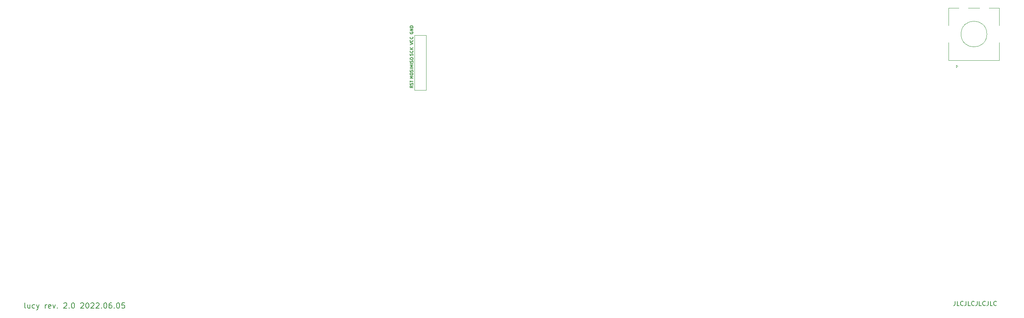
<source format=gto>
G04 #@! TF.GenerationSoftware,KiCad,Pcbnew,(6.0.5-0)*
G04 #@! TF.CreationDate,2022-06-05T11:18:53-05:00*
G04 #@! TF.ProjectId,pcb,7063622e-6b69-4636-9164-5f7063625858,rev?*
G04 #@! TF.SameCoordinates,Original*
G04 #@! TF.FileFunction,Legend,Top*
G04 #@! TF.FilePolarity,Positive*
%FSLAX46Y46*%
G04 Gerber Fmt 4.6, Leading zero omitted, Abs format (unit mm)*
G04 Created by KiCad (PCBNEW (6.0.5-0)) date 2022-06-05 11:18:53*
%MOMM*%
%LPD*%
G01*
G04 APERTURE LIST*
%ADD10C,0.150000*%
%ADD11C,0.200000*%
%ADD12C,0.120000*%
%ADD13C,0.650000*%
%ADD14O,1.300000X2.400000*%
%ADD15O,1.300000X1.900000*%
%ADD16C,0.800000*%
%ADD17C,1.750000*%
%ADD18C,3.000000*%
%ADD19C,3.987800*%
%ADD20R,2.000000X2.000000*%
%ADD21C,2.000000*%
%ADD22R,2.000000X3.200000*%
%ADD23C,3.800000*%
%ADD24C,1.701800*%
%ADD25C,2.540000*%
%ADD26O,1.700000X1.700000*%
%ADD27R,1.700000X1.700000*%
G04 APERTURE END LIST*
D10*
X315871177Y-115446330D02*
X315871177Y-116160616D01*
X315823558Y-116303473D01*
X315728320Y-116398711D01*
X315585463Y-116446330D01*
X315490225Y-116446330D01*
X316823558Y-116446330D02*
X316347367Y-116446330D01*
X316347367Y-115446330D01*
X317728320Y-116351092D02*
X317680701Y-116398711D01*
X317537844Y-116446330D01*
X317442605Y-116446330D01*
X317299748Y-116398711D01*
X317204510Y-116303473D01*
X317156891Y-116208235D01*
X317109272Y-116017759D01*
X317109272Y-115874902D01*
X317156891Y-115684426D01*
X317204510Y-115589188D01*
X317299748Y-115493950D01*
X317442605Y-115446330D01*
X317537844Y-115446330D01*
X317680701Y-115493950D01*
X317728320Y-115541569D01*
X318442605Y-115446330D02*
X318442605Y-116160616D01*
X318394986Y-116303473D01*
X318299748Y-116398711D01*
X318156891Y-116446330D01*
X318061653Y-116446330D01*
X319394986Y-116446330D02*
X318918796Y-116446330D01*
X318918796Y-115446330D01*
X320299748Y-116351092D02*
X320252129Y-116398711D01*
X320109272Y-116446330D01*
X320014034Y-116446330D01*
X319871177Y-116398711D01*
X319775939Y-116303473D01*
X319728320Y-116208235D01*
X319680701Y-116017759D01*
X319680701Y-115874902D01*
X319728320Y-115684426D01*
X319775939Y-115589188D01*
X319871177Y-115493950D01*
X320014034Y-115446330D01*
X320109272Y-115446330D01*
X320252129Y-115493950D01*
X320299748Y-115541569D01*
X321014034Y-115446330D02*
X321014034Y-116160616D01*
X320966415Y-116303473D01*
X320871177Y-116398711D01*
X320728320Y-116446330D01*
X320633082Y-116446330D01*
X321966415Y-116446330D02*
X321490225Y-116446330D01*
X321490225Y-115446330D01*
X322871177Y-116351092D02*
X322823558Y-116398711D01*
X322680701Y-116446330D01*
X322585463Y-116446330D01*
X322442605Y-116398711D01*
X322347367Y-116303473D01*
X322299748Y-116208235D01*
X322252129Y-116017759D01*
X322252129Y-115874902D01*
X322299748Y-115684426D01*
X322347367Y-115589188D01*
X322442605Y-115493950D01*
X322585463Y-115446330D01*
X322680701Y-115446330D01*
X322823558Y-115493950D01*
X322871177Y-115541569D01*
X323585463Y-115446330D02*
X323585463Y-116160616D01*
X323537844Y-116303473D01*
X323442605Y-116398711D01*
X323299748Y-116446330D01*
X323204510Y-116446330D01*
X324537844Y-116446330D02*
X324061653Y-116446330D01*
X324061653Y-115446330D01*
X325442605Y-116351092D02*
X325394986Y-116398711D01*
X325252129Y-116446330D01*
X325156891Y-116446330D01*
X325014034Y-116398711D01*
X324918796Y-116303473D01*
X324871177Y-116208235D01*
X324823558Y-116017759D01*
X324823558Y-115874902D01*
X324871177Y-115684426D01*
X324918796Y-115589188D01*
X325014034Y-115493950D01*
X325156891Y-115446330D01*
X325252129Y-115446330D01*
X325394986Y-115493950D01*
X325442605Y-115541569D01*
D11*
X99984070Y-117065476D02*
X99865022Y-117005952D01*
X99805499Y-116886904D01*
X99805499Y-115815476D01*
X100995975Y-116232142D02*
X100995975Y-117065476D01*
X100460260Y-116232142D02*
X100460260Y-116886904D01*
X100519784Y-117005952D01*
X100638832Y-117065476D01*
X100817403Y-117065476D01*
X100936451Y-117005952D01*
X100995975Y-116946428D01*
X102126927Y-117005952D02*
X102007880Y-117065476D01*
X101769784Y-117065476D01*
X101650737Y-117005952D01*
X101591213Y-116946428D01*
X101531689Y-116827380D01*
X101531689Y-116470238D01*
X101591213Y-116351190D01*
X101650737Y-116291666D01*
X101769784Y-116232142D01*
X102007880Y-116232142D01*
X102126927Y-116291666D01*
X102543594Y-116232142D02*
X102841213Y-117065476D01*
X103138832Y-116232142D02*
X102841213Y-117065476D01*
X102722165Y-117363095D01*
X102662641Y-117422619D01*
X102543594Y-117482142D01*
X104567403Y-117065476D02*
X104567403Y-116232142D01*
X104567403Y-116470238D02*
X104626927Y-116351190D01*
X104686451Y-116291666D01*
X104805499Y-116232142D01*
X104924546Y-116232142D01*
X105817403Y-117005952D02*
X105698356Y-117065476D01*
X105460260Y-117065476D01*
X105341213Y-117005952D01*
X105281689Y-116886904D01*
X105281689Y-116410714D01*
X105341213Y-116291666D01*
X105460260Y-116232142D01*
X105698356Y-116232142D01*
X105817403Y-116291666D01*
X105876927Y-116410714D01*
X105876927Y-116529761D01*
X105281689Y-116648809D01*
X106293594Y-116232142D02*
X106591213Y-117065476D01*
X106888832Y-116232142D01*
X107365022Y-116946428D02*
X107424546Y-117005952D01*
X107365022Y-117065476D01*
X107305499Y-117005952D01*
X107365022Y-116946428D01*
X107365022Y-117065476D01*
X108853118Y-115934523D02*
X108912641Y-115875000D01*
X109031689Y-115815476D01*
X109329308Y-115815476D01*
X109448356Y-115875000D01*
X109507880Y-115934523D01*
X109567403Y-116053571D01*
X109567403Y-116172619D01*
X109507880Y-116351190D01*
X108793594Y-117065476D01*
X109567403Y-117065476D01*
X110103118Y-116946428D02*
X110162641Y-117005952D01*
X110103118Y-117065476D01*
X110043594Y-117005952D01*
X110103118Y-116946428D01*
X110103118Y-117065476D01*
X110936451Y-115815476D02*
X111055499Y-115815476D01*
X111174546Y-115875000D01*
X111234070Y-115934523D01*
X111293594Y-116053571D01*
X111353118Y-116291666D01*
X111353118Y-116589285D01*
X111293594Y-116827380D01*
X111234070Y-116946428D01*
X111174546Y-117005952D01*
X111055499Y-117065476D01*
X110936451Y-117065476D01*
X110817403Y-117005952D01*
X110757880Y-116946428D01*
X110698356Y-116827380D01*
X110638832Y-116589285D01*
X110638832Y-116291666D01*
X110698356Y-116053571D01*
X110757880Y-115934523D01*
X110817403Y-115875000D01*
X110936451Y-115815476D01*
X112781689Y-115934523D02*
X112841213Y-115875000D01*
X112960260Y-115815476D01*
X113257880Y-115815476D01*
X113376927Y-115875000D01*
X113436451Y-115934523D01*
X113495975Y-116053571D01*
X113495975Y-116172619D01*
X113436451Y-116351190D01*
X112722165Y-117065476D01*
X113495975Y-117065476D01*
X114269784Y-115815476D02*
X114388832Y-115815476D01*
X114507880Y-115875000D01*
X114567403Y-115934523D01*
X114626927Y-116053571D01*
X114686451Y-116291666D01*
X114686451Y-116589285D01*
X114626927Y-116827380D01*
X114567403Y-116946428D01*
X114507880Y-117005952D01*
X114388832Y-117065476D01*
X114269784Y-117065476D01*
X114150737Y-117005952D01*
X114091213Y-116946428D01*
X114031689Y-116827380D01*
X113972165Y-116589285D01*
X113972165Y-116291666D01*
X114031689Y-116053571D01*
X114091213Y-115934523D01*
X114150737Y-115875000D01*
X114269784Y-115815476D01*
X115162641Y-115934523D02*
X115222165Y-115875000D01*
X115341213Y-115815476D01*
X115638832Y-115815476D01*
X115757880Y-115875000D01*
X115817403Y-115934523D01*
X115876927Y-116053571D01*
X115876927Y-116172619D01*
X115817403Y-116351190D01*
X115103118Y-117065476D01*
X115876927Y-117065476D01*
X116353118Y-115934523D02*
X116412641Y-115875000D01*
X116531689Y-115815476D01*
X116829308Y-115815476D01*
X116948356Y-115875000D01*
X117007880Y-115934523D01*
X117067403Y-116053571D01*
X117067403Y-116172619D01*
X117007880Y-116351190D01*
X116293594Y-117065476D01*
X117067403Y-117065476D01*
X117603118Y-116946428D02*
X117662641Y-117005952D01*
X117603118Y-117065476D01*
X117543594Y-117005952D01*
X117603118Y-116946428D01*
X117603118Y-117065476D01*
X118436451Y-115815476D02*
X118555499Y-115815476D01*
X118674546Y-115875000D01*
X118734070Y-115934523D01*
X118793594Y-116053571D01*
X118853118Y-116291666D01*
X118853118Y-116589285D01*
X118793594Y-116827380D01*
X118734070Y-116946428D01*
X118674546Y-117005952D01*
X118555499Y-117065476D01*
X118436451Y-117065476D01*
X118317403Y-117005952D01*
X118257880Y-116946428D01*
X118198356Y-116827380D01*
X118138832Y-116589285D01*
X118138832Y-116291666D01*
X118198356Y-116053571D01*
X118257880Y-115934523D01*
X118317403Y-115875000D01*
X118436451Y-115815476D01*
X119924546Y-115815476D02*
X119686451Y-115815476D01*
X119567403Y-115875000D01*
X119507880Y-115934523D01*
X119388832Y-116113095D01*
X119329308Y-116351190D01*
X119329308Y-116827380D01*
X119388832Y-116946428D01*
X119448356Y-117005952D01*
X119567403Y-117065476D01*
X119805499Y-117065476D01*
X119924546Y-117005952D01*
X119984070Y-116946428D01*
X120043594Y-116827380D01*
X120043594Y-116529761D01*
X119984070Y-116410714D01*
X119924546Y-116351190D01*
X119805499Y-116291666D01*
X119567403Y-116291666D01*
X119448356Y-116351190D01*
X119388832Y-116410714D01*
X119329308Y-116529761D01*
X120579308Y-116946428D02*
X120638832Y-117005952D01*
X120579308Y-117065476D01*
X120519784Y-117005952D01*
X120579308Y-116946428D01*
X120579308Y-117065476D01*
X121412641Y-115815476D02*
X121531689Y-115815476D01*
X121650737Y-115875000D01*
X121710260Y-115934523D01*
X121769784Y-116053571D01*
X121829308Y-116291666D01*
X121829308Y-116589285D01*
X121769784Y-116827380D01*
X121710260Y-116946428D01*
X121650737Y-117005952D01*
X121531689Y-117065476D01*
X121412641Y-117065476D01*
X121293594Y-117005952D01*
X121234070Y-116946428D01*
X121174546Y-116827380D01*
X121115022Y-116589285D01*
X121115022Y-116291666D01*
X121174546Y-116053571D01*
X121234070Y-115934523D01*
X121293594Y-115875000D01*
X121412641Y-115815476D01*
X122960260Y-115815476D02*
X122365022Y-115815476D01*
X122305499Y-116410714D01*
X122365022Y-116351190D01*
X122484070Y-116291666D01*
X122781689Y-116291666D01*
X122900737Y-116351190D01*
X122960260Y-116410714D01*
X123019784Y-116529761D01*
X123019784Y-116827380D01*
X122960260Y-116946428D01*
X122900737Y-117005952D01*
X122781689Y-117065476D01*
X122484070Y-117065476D01*
X122365022Y-117005952D01*
X122305499Y-116946428D01*
D10*
X189981979Y-60901767D02*
X189281979Y-60901767D01*
X189781979Y-60668433D01*
X189281979Y-60435100D01*
X189981979Y-60435100D01*
X189981979Y-60101767D02*
X189281979Y-60101767D01*
X189948646Y-59801767D02*
X189981979Y-59701767D01*
X189981979Y-59535100D01*
X189948646Y-59468433D01*
X189915313Y-59435100D01*
X189848646Y-59401767D01*
X189781979Y-59401767D01*
X189715313Y-59435100D01*
X189681979Y-59468433D01*
X189648646Y-59535100D01*
X189615313Y-59668433D01*
X189581979Y-59735100D01*
X189548646Y-59768433D01*
X189481979Y-59801767D01*
X189415313Y-59801767D01*
X189348646Y-59768433D01*
X189315313Y-59735100D01*
X189281979Y-59668433D01*
X189281979Y-59501767D01*
X189315313Y-59401767D01*
X189281979Y-58968433D02*
X189281979Y-58835100D01*
X189315313Y-58768433D01*
X189381979Y-58701767D01*
X189515313Y-58668433D01*
X189748646Y-58668433D01*
X189881979Y-58701767D01*
X189948646Y-58768433D01*
X189981979Y-58835100D01*
X189981979Y-58968433D01*
X189948646Y-59035100D01*
X189881979Y-59101767D01*
X189748646Y-59135100D01*
X189515313Y-59135100D01*
X189381979Y-59101767D01*
X189315313Y-59035100D01*
X189281979Y-58968433D01*
X189949979Y-63501767D02*
X189249979Y-63501767D01*
X189749979Y-63268433D01*
X189249979Y-63035100D01*
X189949979Y-63035100D01*
X189249979Y-62568433D02*
X189249979Y-62435100D01*
X189283313Y-62368433D01*
X189349979Y-62301767D01*
X189483313Y-62268433D01*
X189716646Y-62268433D01*
X189849979Y-62301767D01*
X189916646Y-62368433D01*
X189949979Y-62435100D01*
X189949979Y-62568433D01*
X189916646Y-62635100D01*
X189849979Y-62701767D01*
X189716646Y-62735100D01*
X189483313Y-62735100D01*
X189349979Y-62701767D01*
X189283313Y-62635100D01*
X189249979Y-62568433D01*
X189916646Y-62001767D02*
X189949979Y-61901767D01*
X189949979Y-61735100D01*
X189916646Y-61668433D01*
X189883313Y-61635100D01*
X189816646Y-61601767D01*
X189749979Y-61601767D01*
X189683313Y-61635100D01*
X189649979Y-61668433D01*
X189616646Y-61735100D01*
X189583313Y-61868433D01*
X189549979Y-61935100D01*
X189516646Y-61968433D01*
X189449979Y-62001767D01*
X189383313Y-62001767D01*
X189316646Y-61968433D01*
X189283313Y-61935100D01*
X189249979Y-61868433D01*
X189249979Y-61701767D01*
X189283313Y-61601767D01*
X189949979Y-61301767D02*
X189249979Y-61301767D01*
X189916646Y-58181767D02*
X189949979Y-58081767D01*
X189949979Y-57915100D01*
X189916646Y-57848433D01*
X189883313Y-57815100D01*
X189816646Y-57781767D01*
X189749979Y-57781767D01*
X189683313Y-57815100D01*
X189649979Y-57848433D01*
X189616646Y-57915100D01*
X189583313Y-58048433D01*
X189549979Y-58115100D01*
X189516646Y-58148433D01*
X189449979Y-58181767D01*
X189383313Y-58181767D01*
X189316646Y-58148433D01*
X189283313Y-58115100D01*
X189249979Y-58048433D01*
X189249979Y-57881767D01*
X189283313Y-57781767D01*
X189883313Y-57081767D02*
X189916646Y-57115100D01*
X189949979Y-57215100D01*
X189949979Y-57281767D01*
X189916646Y-57381767D01*
X189849979Y-57448433D01*
X189783313Y-57481767D01*
X189649979Y-57515100D01*
X189549979Y-57515100D01*
X189416646Y-57481767D01*
X189349979Y-57448433D01*
X189283313Y-57381767D01*
X189249979Y-57281767D01*
X189249979Y-57215100D01*
X189283313Y-57115100D01*
X189316646Y-57081767D01*
X189949979Y-56781767D02*
X189249979Y-56781767D01*
X189949979Y-56381767D02*
X189549979Y-56681767D01*
X189249979Y-56381767D02*
X189649979Y-56781767D01*
X189249979Y-55675100D02*
X189949979Y-55441767D01*
X189249979Y-55208433D01*
X189883313Y-54575100D02*
X189916646Y-54608433D01*
X189949979Y-54708433D01*
X189949979Y-54775100D01*
X189916646Y-54875100D01*
X189849979Y-54941767D01*
X189783313Y-54975100D01*
X189649979Y-55008433D01*
X189549979Y-55008433D01*
X189416646Y-54975100D01*
X189349979Y-54941767D01*
X189283313Y-54875100D01*
X189249979Y-54775100D01*
X189249979Y-54708433D01*
X189283313Y-54608433D01*
X189316646Y-54575100D01*
X189883313Y-53875100D02*
X189916646Y-53908433D01*
X189949979Y-54008433D01*
X189949979Y-54075100D01*
X189916646Y-54175100D01*
X189849979Y-54241767D01*
X189783313Y-54275100D01*
X189649979Y-54308433D01*
X189549979Y-54308433D01*
X189416646Y-54275100D01*
X189349979Y-54241767D01*
X189283313Y-54175100D01*
X189249979Y-54075100D01*
X189249979Y-54008433D01*
X189283313Y-53908433D01*
X189316646Y-53875100D01*
X189283313Y-52735100D02*
X189249979Y-52801767D01*
X189249979Y-52901767D01*
X189283313Y-53001767D01*
X189349979Y-53068433D01*
X189416646Y-53101767D01*
X189549979Y-53135100D01*
X189649979Y-53135100D01*
X189783313Y-53101767D01*
X189849979Y-53068433D01*
X189916646Y-53001767D01*
X189949979Y-52901767D01*
X189949979Y-52835100D01*
X189916646Y-52735100D01*
X189883313Y-52701767D01*
X189649979Y-52701767D01*
X189649979Y-52835100D01*
X189949979Y-52401767D02*
X189249979Y-52401767D01*
X189949979Y-52001767D01*
X189249979Y-52001767D01*
X189949979Y-51668433D02*
X189249979Y-51668433D01*
X189249979Y-51501767D01*
X189283313Y-51401767D01*
X189349979Y-51335100D01*
X189416646Y-51301767D01*
X189549979Y-51268433D01*
X189649979Y-51268433D01*
X189783313Y-51301767D01*
X189849979Y-51335100D01*
X189916646Y-51401767D01*
X189949979Y-51501767D01*
X189949979Y-51668433D01*
X189949979Y-65285100D02*
X189616646Y-65518433D01*
X189949979Y-65685100D02*
X189249979Y-65685100D01*
X189249979Y-65418433D01*
X189283313Y-65351767D01*
X189316646Y-65318433D01*
X189383313Y-65285100D01*
X189483313Y-65285100D01*
X189549979Y-65318433D01*
X189583313Y-65351767D01*
X189616646Y-65418433D01*
X189616646Y-65685100D01*
X189916646Y-65018433D02*
X189949979Y-64918433D01*
X189949979Y-64751767D01*
X189916646Y-64685100D01*
X189883313Y-64651767D01*
X189816646Y-64618433D01*
X189749979Y-64618433D01*
X189683313Y-64651767D01*
X189649979Y-64685100D01*
X189616646Y-64751767D01*
X189583313Y-64885100D01*
X189549979Y-64951767D01*
X189516646Y-64985100D01*
X189449979Y-65018433D01*
X189383313Y-65018433D01*
X189316646Y-64985100D01*
X189283313Y-64951767D01*
X189249979Y-64885100D01*
X189249979Y-64718433D01*
X189283313Y-64618433D01*
X189249979Y-64418433D02*
X189249979Y-64018433D01*
X189949979Y-64218433D02*
X189249979Y-64218433D01*
D12*
X314352725Y-55193950D02*
X314352725Y-59293950D01*
X316152725Y-60393950D02*
X316452725Y-60693950D01*
X318952725Y-47093950D02*
X321552725Y-47093950D01*
X316452725Y-60693950D02*
X316152725Y-60993950D01*
X326152725Y-55193950D02*
X326152725Y-59293950D01*
X326152725Y-47093950D02*
X326152725Y-51193950D01*
X314352725Y-47093950D02*
X316752725Y-47093950D01*
X323752725Y-47093950D02*
X326152725Y-47093950D01*
X314352725Y-51193950D02*
X314352725Y-47093950D01*
X314352725Y-59293950D02*
X326152725Y-59293950D01*
X316152725Y-60993950D02*
X316152725Y-60393950D01*
X323252725Y-53193950D02*
G75*
G03*
X323252725Y-53193950I-3000000J0D01*
G01*
X192995313Y-53471767D02*
X192995313Y-66231767D01*
X190335313Y-53471767D02*
X192995313Y-53471767D01*
X190335313Y-66231767D02*
X190335313Y-53471767D01*
X192995313Y-66231767D02*
X190335313Y-66231767D01*
%LPC*%
D13*
X93549825Y-42763877D03*
X99329825Y-42763877D03*
D14*
X92139825Y-43314877D03*
X100739825Y-43314877D03*
D15*
X100739825Y-39114877D03*
X92139825Y-39114877D03*
D16*
X305370104Y-49993950D03*
X305370104Y-56493950D03*
X305370104Y-51593950D03*
X305370104Y-54793950D03*
X305370104Y-53193950D03*
X305370104Y-72243966D03*
X305370104Y-70643966D03*
X305370104Y-75543966D03*
X305370104Y-73843966D03*
X305370104Y-69043966D03*
X305370104Y-92212730D03*
X305370104Y-87312730D03*
X305370104Y-90512730D03*
X305370104Y-88912730D03*
X305370104Y-85712730D03*
X305370104Y-108743998D03*
X305370104Y-113643998D03*
X305370104Y-110343998D03*
X305370104Y-107143998D03*
X305370104Y-111943998D03*
D17*
X119910225Y-53193950D03*
D18*
X127530225Y-48113950D03*
X121180225Y-50653950D03*
D17*
X130070225Y-53193950D03*
D19*
X124990225Y-53193950D03*
D18*
X203730225Y-48113950D03*
D17*
X196110225Y-53193950D03*
D18*
X197380225Y-50653950D03*
D19*
X201190225Y-53193950D03*
D17*
X206270225Y-53193950D03*
X177060225Y-53193950D03*
X187220225Y-53193950D03*
D18*
X184680225Y-48113950D03*
X178330225Y-50653950D03*
D19*
X182140225Y-53193950D03*
D17*
X168170225Y-53193950D03*
D19*
X163090225Y-53193950D03*
D17*
X158010225Y-53193950D03*
D18*
X159280225Y-50653950D03*
X165630225Y-48113950D03*
D19*
X86890225Y-53193950D03*
D17*
X81810225Y-53193950D03*
D18*
X83080225Y-50653950D03*
X89430225Y-48113950D03*
D17*
X91970225Y-53193950D03*
D19*
X220240225Y-53193950D03*
D17*
X215160225Y-53193950D03*
D18*
X216430225Y-50653950D03*
D17*
X225320225Y-53193950D03*
D18*
X222780225Y-48113950D03*
D19*
X239290225Y-53193950D03*
D17*
X234210225Y-53193950D03*
X244370225Y-53193950D03*
D18*
X241830225Y-48113950D03*
X235480225Y-50653950D03*
D17*
X91970225Y-72243950D03*
X81810225Y-72243950D03*
D18*
X83080225Y-69703950D03*
X89430225Y-67163950D03*
D19*
X86890225Y-72243950D03*
D18*
X102130225Y-69703950D03*
X108480225Y-67163950D03*
D19*
X105940225Y-72243950D03*
D17*
X100860225Y-72243950D03*
X111020225Y-72243950D03*
X138965399Y-72243950D03*
D19*
X144045399Y-72243950D03*
D17*
X149125399Y-72243950D03*
D18*
X146585399Y-67163950D03*
X140235399Y-69703950D03*
X273580225Y-50653950D03*
D17*
X282470225Y-53193950D03*
D18*
X279930225Y-48113950D03*
D19*
X277390225Y-53193950D03*
D17*
X272310225Y-53193950D03*
X158010225Y-72243950D03*
D19*
X163090225Y-72243950D03*
D17*
X168170225Y-72243950D03*
D18*
X159280225Y-69703950D03*
X165630225Y-67163950D03*
D17*
X177060225Y-72243950D03*
D18*
X184680225Y-67163950D03*
D17*
X187220225Y-72243950D03*
D18*
X178330225Y-69703950D03*
D19*
X182140225Y-72243950D03*
X201190225Y-72243950D03*
D17*
X196110225Y-72243950D03*
D18*
X203730225Y-67163950D03*
X197380225Y-69703950D03*
D17*
X206270225Y-72243950D03*
D19*
X105940225Y-110343950D03*
D17*
X100860225Y-110343950D03*
D18*
X102130225Y-107803950D03*
D17*
X111020225Y-110343950D03*
D18*
X108480225Y-105263950D03*
D19*
X124990225Y-110343950D03*
D18*
X121180225Y-107803950D03*
D17*
X119910225Y-110343950D03*
D18*
X127530225Y-105263950D03*
D17*
X130070225Y-110343950D03*
X149120225Y-110343950D03*
D19*
X144040225Y-110343950D03*
D18*
X146580225Y-105263950D03*
D17*
X138960225Y-110343950D03*
D18*
X140230225Y-107803950D03*
X159280225Y-107803950D03*
D17*
X168170225Y-110343950D03*
D19*
X163090225Y-110343950D03*
D18*
X165630225Y-105263950D03*
D17*
X158010225Y-110343950D03*
X177060225Y-110343950D03*
D18*
X178330225Y-107803950D03*
D17*
X187220225Y-110343950D03*
D19*
X182140225Y-110343950D03*
D18*
X184680225Y-105263950D03*
D17*
X225320225Y-110343950D03*
D18*
X216430225Y-107803950D03*
D19*
X220240225Y-110343950D03*
D17*
X215160225Y-110343950D03*
D18*
X222780225Y-105263950D03*
X235480225Y-107803950D03*
D17*
X244370225Y-110343950D03*
X234210225Y-110343950D03*
D18*
X241830225Y-105263950D03*
D19*
X239290225Y-110343950D03*
X258340225Y-110343950D03*
D18*
X254530225Y-107803950D03*
D17*
X253260225Y-110343950D03*
D18*
X260880225Y-105263950D03*
D17*
X263420225Y-110343950D03*
D18*
X279930225Y-105263950D03*
D19*
X277390225Y-110343950D03*
D18*
X273580225Y-107803950D03*
D17*
X272310225Y-110343950D03*
X282470225Y-110343950D03*
X196110225Y-110343950D03*
D18*
X203730225Y-105263950D03*
X197380225Y-107803950D03*
D19*
X201190225Y-110343950D03*
D17*
X206270225Y-110343950D03*
X282470225Y-91293950D03*
D18*
X279930225Y-86213950D03*
D19*
X277390225Y-91293950D03*
D18*
X273580225Y-88753950D03*
D17*
X272310225Y-91293950D03*
D18*
X254530225Y-88753950D03*
D19*
X258340225Y-91293950D03*
D18*
X260880225Y-86213950D03*
D17*
X263420225Y-91293950D03*
X253260225Y-91293950D03*
D18*
X222780225Y-86213950D03*
D17*
X215160225Y-91293950D03*
D19*
X220240225Y-91293950D03*
D17*
X225320225Y-91293950D03*
D18*
X216430225Y-88753950D03*
D17*
X187220225Y-91293950D03*
X177060225Y-91293950D03*
D18*
X178330225Y-88753950D03*
D19*
X182140225Y-91293950D03*
D18*
X184680225Y-86213950D03*
X146580225Y-86213950D03*
D19*
X144040225Y-91293950D03*
D17*
X149120225Y-91293950D03*
X138960225Y-91293950D03*
D18*
X140230225Y-88753950D03*
D17*
X81810225Y-91293950D03*
D19*
X86890225Y-91293950D03*
D18*
X89430225Y-86213950D03*
X83080225Y-88753950D03*
D17*
X91970225Y-91293950D03*
X168170225Y-91293950D03*
D19*
X163090225Y-91293950D03*
D17*
X158010225Y-91293950D03*
D18*
X159280225Y-88753950D03*
X165630225Y-86213950D03*
X298980225Y-67163950D03*
D19*
X296440225Y-72243950D03*
D17*
X291360225Y-72243950D03*
D18*
X292630225Y-69703950D03*
D17*
X301520225Y-72243950D03*
D18*
X128800225Y-93833950D03*
D17*
X130070225Y-91293950D03*
D18*
X122450225Y-96373950D03*
D19*
X124990225Y-91293950D03*
D17*
X119910225Y-91293950D03*
X100860225Y-91293950D03*
D19*
X105940225Y-91293950D03*
D18*
X103400225Y-96373950D03*
X109750225Y-93833950D03*
D17*
X111020225Y-91293950D03*
D18*
X254530225Y-69703950D03*
D17*
X263420225Y-72243950D03*
D19*
X258340225Y-72243950D03*
D17*
X253260225Y-72243950D03*
D18*
X260880225Y-67163950D03*
D17*
X244370225Y-72243950D03*
D18*
X235480225Y-69703950D03*
D19*
X239290225Y-72243950D03*
D17*
X234210225Y-72243950D03*
D18*
X241830225Y-67163950D03*
D17*
X272310225Y-72243950D03*
D18*
X273580225Y-69703950D03*
D17*
X282470225Y-72243950D03*
D18*
X279930225Y-67163950D03*
D19*
X277390225Y-72243950D03*
D18*
X298980225Y-105263950D03*
X292630225Y-107803950D03*
D19*
X296440225Y-110343950D03*
D17*
X301520225Y-110343950D03*
X291360225Y-110343950D03*
X301520225Y-91293950D03*
D19*
X296440225Y-91293950D03*
D18*
X298980225Y-86213950D03*
X292630225Y-88753950D03*
D17*
X291360225Y-91293950D03*
D18*
X292630225Y-50653950D03*
D17*
X301520225Y-53193950D03*
D19*
X296440225Y-53193950D03*
D17*
X291360225Y-53193950D03*
D18*
X298980225Y-48113950D03*
D20*
X317752725Y-60693950D03*
D21*
X322752725Y-60693950D03*
X320252725Y-60693950D03*
D22*
X314652725Y-53193950D03*
X325852725Y-53193950D03*
D21*
X322752725Y-46193950D03*
X317752725Y-46193950D03*
D17*
X111020225Y-53193950D03*
X100860225Y-53193950D03*
D18*
X108480225Y-48113950D03*
D19*
X105940225Y-53193950D03*
D18*
X102130225Y-50653950D03*
D17*
X149120225Y-53193950D03*
D18*
X140230225Y-50653950D03*
D17*
X138960225Y-53193950D03*
D19*
X144040225Y-53193950D03*
D18*
X146580225Y-48113950D03*
D17*
X315172785Y-110344230D03*
X325332785Y-110344230D03*
D19*
X320252785Y-110344230D03*
D18*
X316442785Y-107804230D03*
X322792785Y-105264230D03*
X322792785Y-67164070D03*
D17*
X325332785Y-72244070D03*
X315172785Y-72244070D03*
D19*
X320252785Y-72244070D03*
D18*
X316442785Y-69704070D03*
D17*
X315172785Y-91294150D03*
D18*
X322792785Y-86214150D03*
D17*
X325332785Y-91294150D03*
D19*
X320252785Y-91294150D03*
D18*
X316442785Y-88754150D03*
D19*
X201190225Y-91293950D03*
D18*
X197380225Y-88753950D03*
D17*
X206270225Y-91293950D03*
X196110225Y-91293950D03*
D18*
X203730225Y-86213950D03*
D19*
X239290225Y-91293950D03*
D17*
X234210225Y-91293950D03*
D18*
X241830225Y-86213950D03*
D17*
X244370225Y-91293950D03*
D18*
X235480225Y-88753950D03*
D19*
X86890225Y-110343950D03*
D18*
X89430225Y-105263950D03*
D17*
X91970225Y-110343950D03*
X81810225Y-110343950D03*
D18*
X83080225Y-107803950D03*
D17*
X263420225Y-53193950D03*
X253260225Y-53193950D03*
D19*
X258340225Y-53193950D03*
D18*
X260880225Y-48113950D03*
X254530225Y-50653950D03*
D17*
X119910225Y-72243950D03*
D18*
X121180225Y-69703950D03*
X127530225Y-67163950D03*
D19*
X124990225Y-72243950D03*
D17*
X130070225Y-72243950D03*
D18*
X216430225Y-69703950D03*
D19*
X220240225Y-72243950D03*
D17*
X225320225Y-72243950D03*
D18*
X222780225Y-67163950D03*
D17*
X215160225Y-72243950D03*
D23*
X308346669Y-110344006D03*
X286915401Y-62718966D03*
X102368371Y-62718966D03*
X286915401Y-100818998D03*
X96415241Y-100818998D03*
D19*
X320252725Y-53193950D03*
D24*
X315172725Y-53193950D03*
X325332725Y-53193950D03*
D25*
X316442725Y-50653950D03*
X322792725Y-48113950D03*
D23*
X308346661Y-53193950D03*
D26*
X191665313Y-64901767D03*
X191665313Y-54741767D03*
X191665313Y-59821767D03*
X191665313Y-62361767D03*
X191665313Y-57281767D03*
D27*
X191665313Y-52201767D03*
M02*

</source>
